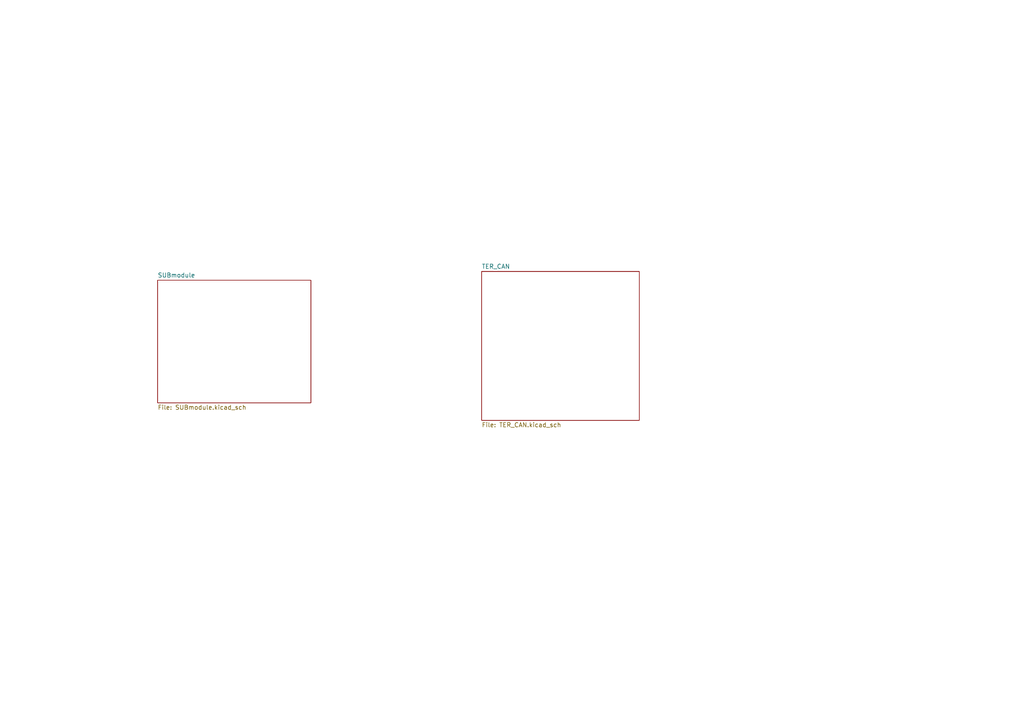
<source format=kicad_sch>
(kicad_sch
	(version 20231120)
	(generator "eeschema")
	(generator_version "8.0")
	(uuid "adf545d5-32fa-4c45-9a89-804aac391569")
	(paper "A4")
	(lib_symbols)
	(sheet
		(at 45.72 81.28)
		(size 44.45 35.56)
		(fields_autoplaced yes)
		(stroke
			(width 0.1524)
			(type solid)
		)
		(fill
			(color 0 0 0 0.0000)
		)
		(uuid "371ad9bc-6c0e-4880-bfac-e09ae597997b")
		(property "Sheetname" "SUBmodule"
			(at 45.72 80.5684 0)
			(effects
				(font
					(size 1.27 1.27)
				)
				(justify left bottom)
			)
		)
		(property "Sheetfile" "SUBmodule.kicad_sch"
			(at 45.72 117.4246 0)
			(effects
				(font
					(size 1.27 1.27)
				)
				(justify left top)
			)
		)
		(instances
			(project "RTR_submodule"
				(path "/adf545d5-32fa-4c45-9a89-804aac391569"
					(page "2")
				)
			)
		)
	)
	(sheet
		(at 139.7 78.74)
		(size 45.72 43.18)
		(fields_autoplaced yes)
		(stroke
			(width 0.1524)
			(type solid)
		)
		(fill
			(color 0 0 0 0.0000)
		)
		(uuid "67320373-e2b3-4f96-9ef0-24979f7ffc82")
		(property "Sheetname" "TER_CAN"
			(at 139.7 78.0284 0)
			(effects
				(font
					(size 1.27 1.27)
				)
				(justify left bottom)
			)
		)
		(property "Sheetfile" "TER_CAN.kicad_sch"
			(at 139.7 122.5046 0)
			(effects
				(font
					(size 1.27 1.27)
				)
				(justify left top)
			)
		)
		(instances
			(project "RTR_submodule"
				(path "/adf545d5-32fa-4c45-9a89-804aac391569"
					(page "3")
				)
			)
		)
	)
	(sheet_instances
		(path "/"
			(page "1")
		)
	)
)

</source>
